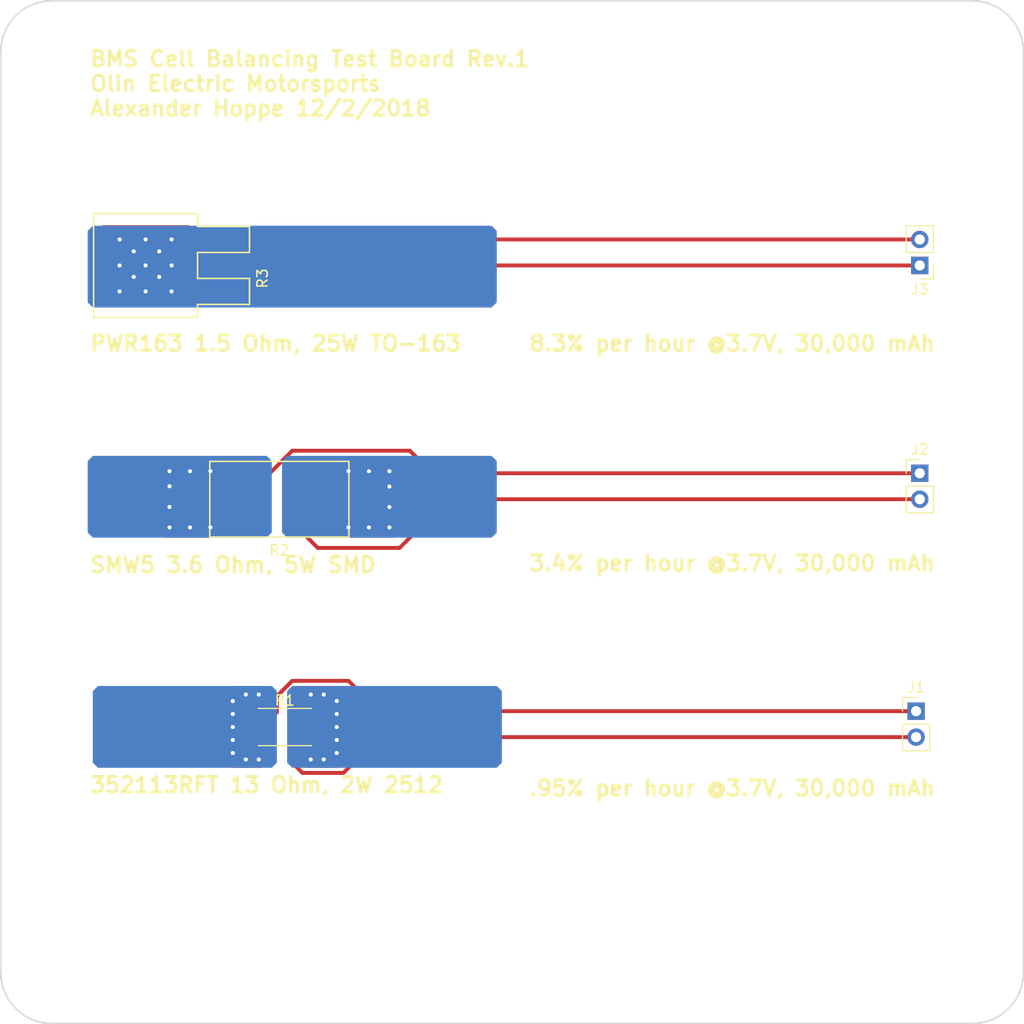
<source format=kicad_pcb>
(kicad_pcb (version 20171130) (host pcbnew 5.0.2-bee76a0~70~ubuntu16.04.1)

  (general
    (thickness 1.6)
    (drawings 15)
    (tracks 79)
    (zones 0)
    (modules 6)
    (nets 8)
  )

  (page A4)
  (layers
    (0 F.Cu signal)
    (31 B.Cu signal)
    (32 B.Adhes user)
    (33 F.Adhes user)
    (34 B.Paste user)
    (35 F.Paste user)
    (36 B.SilkS user)
    (37 F.SilkS user)
    (38 B.Mask user)
    (39 F.Mask user)
    (40 Dwgs.User user)
    (41 Cmts.User user)
    (42 Eco1.User user)
    (43 Eco2.User user)
    (44 Edge.Cuts user)
    (45 Margin user)
    (46 B.CrtYd user)
    (47 F.CrtYd user)
    (48 B.Fab user)
    (49 F.Fab user)
  )

  (setup
    (last_trace_width 0.1524)
    (user_trace_width 0.1524)
    (user_trace_width 0.254)
    (user_trace_width 0.381)
    (user_trace_width 0.508)
    (user_trace_width 0.762)
    (user_trace_width 1.27)
    (user_trace_width 2.54)
    (trace_clearance 0.2)
    (zone_clearance 0.508)
    (zone_45_only no)
    (trace_min 0.1524)
    (segment_width 0.2)
    (edge_width 0.15)
    (via_size 0.8)
    (via_drill 0.4)
    (via_min_size 0.4)
    (via_min_drill 0.3)
    (uvia_size 0.3)
    (uvia_drill 0.1)
    (uvias_allowed no)
    (uvia_min_size 0.2)
    (uvia_min_drill 0.1)
    (pcb_text_width 0.3)
    (pcb_text_size 1.5 1.5)
    (mod_edge_width 0.15)
    (mod_text_size 1 1)
    (mod_text_width 0.15)
    (pad_size 1.524 1.524)
    (pad_drill 0.762)
    (pad_to_mask_clearance 0.051)
    (solder_mask_min_width 0.25)
    (aux_axis_origin 0 0)
    (visible_elements FFFFFF7F)
    (pcbplotparams
      (layerselection 0x010fc_ffffffff)
      (usegerberextensions false)
      (usegerberattributes false)
      (usegerberadvancedattributes false)
      (creategerberjobfile false)
      (excludeedgelayer true)
      (linewidth 0.100000)
      (plotframeref false)
      (viasonmask false)
      (mode 1)
      (useauxorigin false)
      (hpglpennumber 1)
      (hpglpenspeed 20)
      (hpglpendiameter 15.000000)
      (psnegative false)
      (psa4output false)
      (plotreference true)
      (plotvalue true)
      (plotinvisibletext false)
      (padsonsilk false)
      (subtractmaskfromsilk false)
      (outputformat 1)
      (mirror false)
      (drillshape 0)
      (scaleselection 1)
      (outputdirectory "outputs/"))
  )

  (net 0 "")
  (net 1 "Net-(J1-Pad1)")
  (net 2 "Net-(J1-Pad2)")
  (net 3 "Net-(J2-Pad2)")
  (net 4 "Net-(J2-Pad1)")
  (net 5 "Net-(J3-Pad1)")
  (net 6 "Net-(J3-Pad2)")
  (net 7 "Net-(R3-PadEP)")

  (net_class Default "This is the default net class."
    (clearance 0.2)
    (trace_width 0.25)
    (via_dia 0.8)
    (via_drill 0.4)
    (uvia_dia 0.3)
    (uvia_drill 0.1)
    (add_net "Net-(J1-Pad1)")
    (add_net "Net-(J1-Pad2)")
    (add_net "Net-(J2-Pad1)")
    (add_net "Net-(J2-Pad2)")
    (add_net "Net-(J3-Pad1)")
    (add_net "Net-(J3-Pad2)")
    (add_net "Net-(R3-PadEP)")
  )

  (module footprints:R_2512_OEM (layer F.Cu) (tedit 59F2514A) (tstamp 5C12B4AB)
    (at 87.770369 101.013552)
    (descr "Resistor SMD 2512, reflow soldering, Vishay (see dcrcw.pdf)")
    (tags "resistor 2512")
    (path /5C069D69)
    (attr smd)
    (fp_text reference R1 (at 0 -2.6) (layer F.SilkS)
      (effects (font (size 1 1) (thickness 0.15)))
    )
    (fp_text value R_13_2W_2512_0 (at 0 2.75) (layer F.Fab) hide
      (effects (font (size 1 1) (thickness 0.15)))
    )
    (fp_line (start 3.85 1.85) (end -3.85 1.85) (layer F.CrtYd) (width 0.05))
    (fp_line (start 3.85 1.85) (end 3.85 -1.85) (layer F.CrtYd) (width 0.05))
    (fp_line (start -3.85 -1.85) (end -3.85 1.85) (layer F.CrtYd) (width 0.05))
    (fp_line (start -3.85 -1.85) (end 3.85 -1.85) (layer F.CrtYd) (width 0.05))
    (fp_line (start -2.6 -1.82) (end 2.6 -1.82) (layer F.SilkS) (width 0.12))
    (fp_line (start 2.6 1.82) (end -2.6 1.82) (layer F.SilkS) (width 0.12))
    (fp_line (start -3.15 -1.6) (end 3.15 -1.6) (layer F.Fab) (width 0.1))
    (fp_line (start 3.15 -1.6) (end 3.15 1.6) (layer F.Fab) (width 0.1))
    (fp_line (start 3.15 1.6) (end -3.15 1.6) (layer F.Fab) (width 0.1))
    (fp_line (start -3.15 1.6) (end -3.15 -1.6) (layer F.Fab) (width 0.1))
    (pad 2 smd rect (at 3.1 0) (size 1 3.2) (layers F.Cu F.Paste F.Mask)
      (net 2 "Net-(J1-Pad2)"))
    (pad 1 smd rect (at -3.1 0) (size 1 3.2) (layers F.Cu F.Paste F.Mask)
      (net 1 "Net-(J1-Pad1)"))
    (model ${KISYS3DMOD}/Resistors_SMD.3dshapes/R_2512.wrl
      (at (xyz 0 0 0))
      (scale (xyz 1 1 1))
      (rotate (xyz 0 0 0))
    )
  )

  (module Connector_PinHeader_2.54mm:PinHeader_1x02_P2.54mm_Vertical (layer F.Cu) (tedit 59FED5CC) (tstamp 5C12B46F)
    (at 149.5 99.46)
    (descr "Through hole straight pin header, 1x02, 2.54mm pitch, single row")
    (tags "Through hole pin header THT 1x02 2.54mm single row")
    (path /5C069125)
    (fp_text reference J1 (at 0 -2.33) (layer F.SilkS)
      (effects (font (size 1 1) (thickness 0.15)))
    )
    (fp_text value CONN_01x02 (at 0 4.87) (layer F.Fab)
      (effects (font (size 1 1) (thickness 0.15)))
    )
    (fp_text user %R (at 0 1.27 90) (layer F.Fab)
      (effects (font (size 1 1) (thickness 0.15)))
    )
    (fp_line (start 1.8 -1.8) (end -1.8 -1.8) (layer F.CrtYd) (width 0.05))
    (fp_line (start 1.8 4.35) (end 1.8 -1.8) (layer F.CrtYd) (width 0.05))
    (fp_line (start -1.8 4.35) (end 1.8 4.35) (layer F.CrtYd) (width 0.05))
    (fp_line (start -1.8 -1.8) (end -1.8 4.35) (layer F.CrtYd) (width 0.05))
    (fp_line (start -1.33 -1.33) (end 0 -1.33) (layer F.SilkS) (width 0.12))
    (fp_line (start -1.33 0) (end -1.33 -1.33) (layer F.SilkS) (width 0.12))
    (fp_line (start -1.33 1.27) (end 1.33 1.27) (layer F.SilkS) (width 0.12))
    (fp_line (start 1.33 1.27) (end 1.33 3.87) (layer F.SilkS) (width 0.12))
    (fp_line (start -1.33 1.27) (end -1.33 3.87) (layer F.SilkS) (width 0.12))
    (fp_line (start -1.33 3.87) (end 1.33 3.87) (layer F.SilkS) (width 0.12))
    (fp_line (start -1.27 -0.635) (end -0.635 -1.27) (layer F.Fab) (width 0.1))
    (fp_line (start -1.27 3.81) (end -1.27 -0.635) (layer F.Fab) (width 0.1))
    (fp_line (start 1.27 3.81) (end -1.27 3.81) (layer F.Fab) (width 0.1))
    (fp_line (start 1.27 -1.27) (end 1.27 3.81) (layer F.Fab) (width 0.1))
    (fp_line (start -0.635 -1.27) (end 1.27 -1.27) (layer F.Fab) (width 0.1))
    (pad 2 thru_hole oval (at 0 2.54) (size 1.7 1.7) (drill 1) (layers *.Cu *.Mask)
      (net 2 "Net-(J1-Pad2)"))
    (pad 1 thru_hole rect (at 0 0) (size 1.7 1.7) (drill 1) (layers *.Cu *.Mask)
      (net 1 "Net-(J1-Pad1)"))
    (model ${KISYS3DMOD}/Connector_PinHeader_2.54mm.3dshapes/PinHeader_1x02_P2.54mm_Vertical.wrl
      (at (xyz 0 0 0))
      (scale (xyz 1 1 1))
      (rotate (xyz 0 0 0))
    )
  )

  (module Connector_PinHeader_2.54mm:PinHeader_1x02_P2.54mm_Vertical (layer F.Cu) (tedit 59FED5CC) (tstamp 5C12B485)
    (at 149.86 76.2)
    (descr "Through hole straight pin header, 1x02, 2.54mm pitch, single row")
    (tags "Through hole pin header THT 1x02 2.54mm single row")
    (path /5C069173)
    (fp_text reference J2 (at 0 -2.33) (layer F.SilkS)
      (effects (font (size 1 1) (thickness 0.15)))
    )
    (fp_text value CONN_01x02 (at 0 4.87) (layer F.Fab)
      (effects (font (size 1 1) (thickness 0.15)))
    )
    (fp_text user %R (at 0 1.27 90) (layer F.Fab)
      (effects (font (size 1 1) (thickness 0.15)))
    )
    (fp_line (start 1.8 -1.8) (end -1.8 -1.8) (layer F.CrtYd) (width 0.05))
    (fp_line (start 1.8 4.35) (end 1.8 -1.8) (layer F.CrtYd) (width 0.05))
    (fp_line (start -1.8 4.35) (end 1.8 4.35) (layer F.CrtYd) (width 0.05))
    (fp_line (start -1.8 -1.8) (end -1.8 4.35) (layer F.CrtYd) (width 0.05))
    (fp_line (start -1.33 -1.33) (end 0 -1.33) (layer F.SilkS) (width 0.12))
    (fp_line (start -1.33 0) (end -1.33 -1.33) (layer F.SilkS) (width 0.12))
    (fp_line (start -1.33 1.27) (end 1.33 1.27) (layer F.SilkS) (width 0.12))
    (fp_line (start 1.33 1.27) (end 1.33 3.87) (layer F.SilkS) (width 0.12))
    (fp_line (start -1.33 1.27) (end -1.33 3.87) (layer F.SilkS) (width 0.12))
    (fp_line (start -1.33 3.87) (end 1.33 3.87) (layer F.SilkS) (width 0.12))
    (fp_line (start -1.27 -0.635) (end -0.635 -1.27) (layer F.Fab) (width 0.1))
    (fp_line (start -1.27 3.81) (end -1.27 -0.635) (layer F.Fab) (width 0.1))
    (fp_line (start 1.27 3.81) (end -1.27 3.81) (layer F.Fab) (width 0.1))
    (fp_line (start 1.27 -1.27) (end 1.27 3.81) (layer F.Fab) (width 0.1))
    (fp_line (start -0.635 -1.27) (end 1.27 -1.27) (layer F.Fab) (width 0.1))
    (pad 2 thru_hole oval (at 0 2.54) (size 1.7 1.7) (drill 1) (layers *.Cu *.Mask)
      (net 3 "Net-(J2-Pad2)"))
    (pad 1 thru_hole rect (at 0 0) (size 1.7 1.7) (drill 1) (layers *.Cu *.Mask)
      (net 4 "Net-(J2-Pad1)"))
    (model ${KISYS3DMOD}/Connector_PinHeader_2.54mm.3dshapes/PinHeader_1x02_P2.54mm_Vertical.wrl
      (at (xyz 0 0 0))
      (scale (xyz 1 1 1))
      (rotate (xyz 0 0 0))
    )
  )

  (module Connector_PinHeader_2.54mm:PinHeader_1x02_P2.54mm_Vertical (layer F.Cu) (tedit 59FED5CC) (tstamp 5C12B49B)
    (at 149.86 55.88 180)
    (descr "Through hole straight pin header, 1x02, 2.54mm pitch, single row")
    (tags "Through hole pin header THT 1x02 2.54mm single row")
    (path /5C0691A5)
    (fp_text reference J3 (at 0 -2.33 180) (layer F.SilkS)
      (effects (font (size 1 1) (thickness 0.15)))
    )
    (fp_text value CONN_01x02 (at 0 4.87 180) (layer F.Fab)
      (effects (font (size 1 1) (thickness 0.15)))
    )
    (fp_text user %R (at 0 1.27 270) (layer F.Fab)
      (effects (font (size 1 1) (thickness 0.15)))
    )
    (fp_line (start 1.8 -1.8) (end -1.8 -1.8) (layer F.CrtYd) (width 0.05))
    (fp_line (start 1.8 4.35) (end 1.8 -1.8) (layer F.CrtYd) (width 0.05))
    (fp_line (start -1.8 4.35) (end 1.8 4.35) (layer F.CrtYd) (width 0.05))
    (fp_line (start -1.8 -1.8) (end -1.8 4.35) (layer F.CrtYd) (width 0.05))
    (fp_line (start -1.33 -1.33) (end 0 -1.33) (layer F.SilkS) (width 0.12))
    (fp_line (start -1.33 0) (end -1.33 -1.33) (layer F.SilkS) (width 0.12))
    (fp_line (start -1.33 1.27) (end 1.33 1.27) (layer F.SilkS) (width 0.12))
    (fp_line (start 1.33 1.27) (end 1.33 3.87) (layer F.SilkS) (width 0.12))
    (fp_line (start -1.33 1.27) (end -1.33 3.87) (layer F.SilkS) (width 0.12))
    (fp_line (start -1.33 3.87) (end 1.33 3.87) (layer F.SilkS) (width 0.12))
    (fp_line (start -1.27 -0.635) (end -0.635 -1.27) (layer F.Fab) (width 0.1))
    (fp_line (start -1.27 3.81) (end -1.27 -0.635) (layer F.Fab) (width 0.1))
    (fp_line (start 1.27 3.81) (end -1.27 3.81) (layer F.Fab) (width 0.1))
    (fp_line (start 1.27 -1.27) (end 1.27 3.81) (layer F.Fab) (width 0.1))
    (fp_line (start -0.635 -1.27) (end 1.27 -1.27) (layer F.Fab) (width 0.1))
    (pad 2 thru_hole oval (at 0 2.54 180) (size 1.7 1.7) (drill 1) (layers *.Cu *.Mask)
      (net 6 "Net-(J3-Pad2)"))
    (pad 1 thru_hole rect (at 0 0 180) (size 1.7 1.7) (drill 1) (layers *.Cu *.Mask)
      (net 5 "Net-(J3-Pad1)"))
    (model ${KISYS3DMOD}/Connector_PinHeader_2.54mm.3dshapes/PinHeader_1x02_P2.54mm_Vertical.wrl
      (at (xyz 0 0 0))
      (scale (xyz 1 1 1))
      (rotate (xyz 0 0 0))
    )
  )

  (module footprints:SM_5 (layer F.Cu) (tedit 5C04AD7D) (tstamp 5C12B4B5)
    (at 87.24 78.74)
    (path /5C069B7F)
    (fp_text reference R2 (at 0 5) (layer F.SilkS)
      (effects (font (size 1 1) (thickness 0.15)))
    )
    (fp_text value R_3.6_5W_SMD (at 0 -0.5) (layer F.Fab)
      (effects (font (size 1 1) (thickness 0.15)))
    )
    (fp_line (start -6.8 3.7) (end -6.8 -3.7) (layer F.SilkS) (width 0.15))
    (fp_line (start 6.8 3.7) (end -6.8 3.7) (layer F.SilkS) (width 0.15))
    (fp_line (start 6.8 -3.7) (end 6.8 3.7) (layer F.SilkS) (width 0.15))
    (fp_line (start -6.8 -3.7) (end 6.8 -3.7) (layer F.SilkS) (width 0.15))
    (pad 2 smd rect (at 7.75 0) (size 4.5 3.4) (layers F.Cu F.Paste F.Mask)
      (net 3 "Net-(J2-Pad2)"))
    (pad 1 smd rect (at -7.75 0) (size 4.5 3.4) (layers F.Cu F.Paste F.Mask)
      (net 4 "Net-(J2-Pad1)"))
    (model ${KIPRJMOD}/c-1879233-1-ba-3d.stp
      (offset (xyz 0 0 4.5))
      (scale (xyz 1 1 1))
      (rotate (xyz -90 0 0))
    )
  )

  (module footprints:PWR163 (layer F.Cu) (tedit 5C04C054) (tstamp 5C12B4C8)
    (at 74.16 55.88 90)
    (path /5C0698DF)
    (fp_text reference R3 (at -1.27 11.43 90) (layer F.SilkS)
      (effects (font (size 1 1) (thickness 0.15)))
    )
    (fp_text value R_1.3_25W_TO163 (at -1.27 -6.35 90) (layer F.Fab) hide
      (effects (font (size 1 1) (thickness 0.15)))
    )
    (fp_line (start -1.27 5.08) (end -1.27 10.16) (layer F.SilkS) (width 0.15))
    (fp_line (start 1.27 5.08) (end -1.27 5.08) (layer F.SilkS) (width 0.15))
    (fp_line (start 1.27 10.16) (end 1.27 5.08) (layer F.SilkS) (width 0.15))
    (fp_line (start 3.81 10.16) (end 1.27 10.16) (layer F.SilkS) (width 0.15))
    (fp_line (start 3.81 5.08) (end 3.81 10.16) (layer F.SilkS) (width 0.15))
    (fp_line (start 5.08 5.08) (end 3.81 5.08) (layer F.SilkS) (width 0.15))
    (fp_line (start 5.08 -5.08) (end 5.08 5.08) (layer F.SilkS) (width 0.15))
    (fp_line (start -5.08 -5.08) (end 5.08 -5.08) (layer F.SilkS) (width 0.15))
    (fp_line (start -5.08 5.08) (end -5.08 -5.08) (layer F.SilkS) (width 0.15))
    (fp_line (start -3.81 5.08) (end -5.08 5.08) (layer F.SilkS) (width 0.15))
    (fp_line (start -3.81 10.16) (end -3.81 5.08) (layer F.SilkS) (width 0.15))
    (fp_line (start -1.27 10.16) (end -3.81 10.16) (layer F.SilkS) (width 0.15))
    (pad 1 smd rect (at -2.54 7.625 90) (size 1.65 3.81) (layers F.Cu F.Paste F.Mask)
      (net 5 "Net-(J3-Pad1)"))
    (pad 2 smd rect (at 2.54 7.625 90) (size 1.65 3.81) (layers F.Cu F.Paste F.Mask)
      (net 6 "Net-(J3-Pad2)"))
    (pad EP smd rect (at 0 0 90) (size 7.87 8.51) (layers F.Cu F.Paste F.Mask)
      (net 7 "Net-(R3-PadEP)"))
    (model /home/aehoppe/Downloads/pwr163.stp
      (at (xyz 0 0 0))
      (scale (xyz 1 1 1))
      (rotate (xyz 90 180 0))
    )
  )

  (gr_text ".95% per hour @3.7V, 30,000 mAh" (at 151.5 107) (layer F.SilkS) (tstamp 5C1386E0)
    (effects (font (size 1.5 1.5) (thickness 0.3)) (justify right))
  )
  (gr_text "3.4% per hour @3.7V, 30,000 mAh" (at 151.5 85) (layer F.SilkS) (tstamp 5C1386DA)
    (effects (font (size 1.5 1.5) (thickness 0.3)) (justify right))
  )
  (gr_text "8.3% per hour @3.7V, 30,000 mAh" (at 151.5 63.5) (layer F.SilkS) (tstamp 5C1386BA)
    (effects (font (size 1.5 1.5) (thickness 0.3)) (justify right))
  )
  (gr_text "352113RFT 13 Ohm, 2W 2512\n" (at 68.58 106.68) (layer F.SilkS) (tstamp 5C1382EC)
    (effects (font (size 1.5 1.5) (thickness 0.3)) (justify left))
  )
  (gr_text "SMW5 3.6 Ohm, 5W SMD\n\n" (at 68.58 86.36) (layer F.SilkS) (tstamp 5C1382EA)
    (effects (font (size 1.5 1.5) (thickness 0.3)) (justify left))
  )
  (gr_text "PWR163 1.5 Ohm, 25W TO-163\n" (at 68.58 63.5) (layer F.SilkS)
    (effects (font (size 1.5 1.5) (thickness 0.3)) (justify left))
  )
  (gr_text "BMS Cell Balancing Test Board Rev.1\nOlin Electric Motorsports\nAlexander Hoppe 12/2/2018" (at 68.58 38.1) (layer F.SilkS)
    (effects (font (size 1.5 1.5) (thickness 0.3)) (justify left))
  )
  (gr_arc (start 65 125) (end 60 125) (angle -90) (layer Edge.Cuts) (width 0.15))
  (gr_arc (start 155 125) (end 155 130) (angle -90) (layer Edge.Cuts) (width 0.15))
  (gr_arc (start 155 35) (end 160 35) (angle -90) (layer Edge.Cuts) (width 0.15))
  (gr_arc (start 65 35) (end 65 30) (angle -90) (layer Edge.Cuts) (width 0.15))
  (gr_line (start 155 30) (end 65 30) (layer Edge.Cuts) (width 0.15))
  (gr_line (start 160 125) (end 160 35) (layer Edge.Cuts) (width 0.15))
  (gr_line (start 65 130) (end 155 130) (layer Edge.Cuts) (width 0.15))
  (gr_line (start 60 35) (end 60 125) (layer Edge.Cuts) (width 0.15))

  (via (at 85.230369 104.188552) (size 0.8) (drill 0.4) (layers F.Cu B.Cu) (net 1))
  (via (at 83.960369 104.188552) (size 0.8) (drill 0.4) (layers F.Cu B.Cu) (net 1))
  (via (at 82.690369 103.553552) (size 0.8) (drill 0.4) (layers F.Cu B.Cu) (net 1))
  (via (at 82.690369 102.283552) (size 0.8) (drill 0.4) (layers F.Cu B.Cu) (net 1))
  (via (at 82.690369 101.013552) (size 0.8) (drill 0.4) (layers F.Cu B.Cu) (net 1))
  (via (at 82.690369 99.743552) (size 0.8) (drill 0.4) (layers F.Cu B.Cu) (net 1))
  (via (at 82.690369 98.473552) (size 0.8) (drill 0.4) (layers F.Cu B.Cu) (net 1))
  (via (at 83.960369 97.838552) (size 0.8) (drill 0.4) (layers F.Cu B.Cu) (net 1))
  (via (at 85.230369 97.838552) (size 0.8) (drill 0.4) (layers F.Cu B.Cu) (net 1))
  (segment (start 96.96 99.46) (end 149.5 99.46) (width 0.381) (layer F.Cu) (net 1))
  (segment (start 94 96.5) (end 96.96 99.46) (width 0.381) (layer F.Cu) (net 1))
  (segment (start 88.5 96.5) (end 94 96.5) (width 0.381) (layer F.Cu) (net 1))
  (segment (start 84.670369 101.013552) (end 85.551369 101.013552) (width 0.381) (layer F.Cu) (net 1))
  (segment (start 85.551369 101.013552) (end 87 99.564921) (width 0.381) (layer F.Cu) (net 1))
  (segment (start 87 99.564921) (end 87 98) (width 0.381) (layer F.Cu) (net 1))
  (segment (start 87 98) (end 88.5 96.5) (width 0.381) (layer F.Cu) (net 1))
  (via (at 90.310369 104.188552) (size 0.8) (drill 0.4) (layers F.Cu B.Cu) (net 2))
  (via (at 91.580369 104.188552) (size 0.8) (drill 0.4) (layers F.Cu B.Cu) (net 2))
  (via (at 92.850369 103.553552) (size 0.8) (drill 0.4) (layers F.Cu B.Cu) (net 2))
  (via (at 92.850369 102.283552) (size 0.8) (drill 0.4) (layers F.Cu B.Cu) (net 2))
  (via (at 92.850369 101.013552) (size 0.8) (drill 0.4) (layers F.Cu B.Cu) (net 2))
  (via (at 92.850369 99.743552) (size 0.8) (drill 0.4) (layers F.Cu B.Cu) (net 2))
  (via (at 92.850369 98.473552) (size 0.8) (drill 0.4) (layers F.Cu B.Cu) (net 2))
  (via (at 91.580369 97.838552) (size 0.8) (drill 0.4) (layers F.Cu B.Cu) (net 2))
  (via (at 90.310369 97.838552) (size 0.8) (drill 0.4) (layers F.Cu B.Cu) (net 2))
  (segment (start 93.5 105.5) (end 97 102) (width 0.381) (layer F.Cu) (net 2))
  (segment (start 89.5 105.5) (end 93.5 105.5) (width 0.381) (layer F.Cu) (net 2))
  (segment (start 97 102) (end 149.5 102) (width 0.381) (layer F.Cu) (net 2))
  (segment (start 90.870369 101.013552) (end 89.989369 101.013552) (width 0.381) (layer F.Cu) (net 2))
  (segment (start 89.989369 101.013552) (end 88.5 102.502921) (width 0.381) (layer F.Cu) (net 2))
  (segment (start 88.5 102.502921) (end 88.5 104.5) (width 0.381) (layer F.Cu) (net 2))
  (segment (start 88.5 104.5) (end 89.5 105.5) (width 0.381) (layer F.Cu) (net 2))
  (via (at 94 76) (size 0.8) (drill 0.4) (layers F.Cu B.Cu) (net 3))
  (via (at 96 76) (size 0.8) (drill 0.4) (layers F.Cu B.Cu) (net 3))
  (via (at 98 76) (size 0.8) (drill 0.4) (layers F.Cu B.Cu) (net 3))
  (via (at 98 77.5) (size 0.8) (drill 0.4) (layers F.Cu B.Cu) (net 3))
  (via (at 98 79.5) (size 0.8) (drill 0.4) (layers F.Cu B.Cu) (net 3))
  (via (at 98 81.5) (size 0.8) (drill 0.4) (layers F.Cu B.Cu) (net 3))
  (via (at 96 81.5) (size 0.8) (drill 0.4) (layers F.Cu B.Cu) (net 3))
  (via (at 94 81.5) (size 0.8) (drill 0.4) (layers F.Cu B.Cu) (net 3))
  (segment (start 108 78.74) (end 149.86 78.74) (width 0.381) (layer F.Cu) (net 3))
  (segment (start 103.76 78.74) (end 108 78.74) (width 0.381) (layer F.Cu) (net 3))
  (segment (start 91 83.5) (end 99 83.5) (width 0.381) (layer F.Cu) (net 3))
  (segment (start 94.99 78.74) (end 91.26 78.74) (width 0.381) (layer F.Cu) (net 3))
  (segment (start 91.26 78.74) (end 89.5 80.5) (width 0.381) (layer F.Cu) (net 3))
  (segment (start 89.5 82) (end 91 83.5) (width 0.381) (layer F.Cu) (net 3))
  (segment (start 99 83.5) (end 103.76 78.74) (width 0.381) (layer F.Cu) (net 3))
  (segment (start 89.5 80.5) (end 89.5 82) (width 0.381) (layer F.Cu) (net 3))
  (via (at 80.5 76) (size 0.8) (drill 0.4) (layers F.Cu B.Cu) (net 4))
  (via (at 78.5 76) (size 0.8) (drill 0.4) (layers F.Cu B.Cu) (net 4))
  (via (at 76.5 76) (size 0.8) (drill 0.4) (layers F.Cu B.Cu) (net 4))
  (via (at 76.5 77.47) (size 0.8) (drill 0.4) (layers F.Cu B.Cu) (net 4))
  (via (at 76.5 79.5) (size 0.8) (drill 0.4) (layers F.Cu B.Cu) (net 4))
  (via (at 76.5 81.5) (size 0.8) (drill 0.4) (layers F.Cu B.Cu) (net 4))
  (via (at 78.5 81.5) (size 0.8) (drill 0.4) (layers F.Cu B.Cu) (net 4))
  (via (at 80.5 81.5) (size 0.8) (drill 0.4) (layers F.Cu B.Cu) (net 4))
  (segment (start 83.76 78.74) (end 79.49 78.74) (width 0.381) (layer F.Cu) (net 4))
  (segment (start 149.86 76.2) (end 102.2 76.2) (width 0.381) (layer F.Cu) (net 4))
  (segment (start 88.5 74) (end 83.76 78.74) (width 0.381) (layer F.Cu) (net 4))
  (segment (start 102.2 76.2) (end 100 74) (width 0.381) (layer F.Cu) (net 4))
  (segment (start 100 74) (end 88.5 74) (width 0.381) (layer F.Cu) (net 4))
  (segment (start 84.58 58.42) (end 81.785 58.42) (width 0.381) (layer F.Cu) (net 5))
  (segment (start 87.12 55.88) (end 84.58 58.42) (width 0.381) (layer F.Cu) (net 5))
  (segment (start 149.86 55.88) (end 87.12 55.88) (width 0.381) (layer F.Cu) (net 5))
  (segment (start 84.071 53.34) (end 149.86 53.34) (width 0.381) (layer F.Cu) (net 6))
  (segment (start 81.785 53.34) (end 84.071 53.34) (width 0.381) (layer F.Cu) (net 6))
  (via (at 71.62 53.34) (size 0.8) (drill 0.4) (layers F.Cu B.Cu) (net 7))
  (via (at 74.16 53.34) (size 0.8) (drill 0.4) (layers F.Cu B.Cu) (net 7))
  (via (at 76.7 53.34) (size 0.8) (drill 0.4) (layers F.Cu B.Cu) (net 7))
  (via (at 76.7 55.88) (size 0.8) (drill 0.4) (layers F.Cu B.Cu) (net 7))
  (via (at 74.16 55.88) (size 0.8) (drill 0.4) (layers F.Cu B.Cu) (net 7))
  (via (at 71.62 55.88) (size 0.8) (drill 0.4) (layers F.Cu B.Cu) (net 7))
  (via (at 71.62 58.42) (size 0.8) (drill 0.4) (layers F.Cu B.Cu) (net 7))
  (via (at 74.16 58.42) (size 0.8) (drill 0.4) (layers F.Cu B.Cu) (net 7))
  (via (at 76.7 58.42) (size 0.8) (drill 0.4) (layers F.Cu B.Cu) (net 7))
  (via (at 75.5 57) (size 0.8) (drill 0.4) (layers F.Cu B.Cu) (net 7) (tstamp 5C13881D))
  (via (at 73 57) (size 0.8) (drill 0.4) (layers F.Cu B.Cu) (net 7) (tstamp 5C138821))
  (via (at 73 54.5) (size 0.8) (drill 0.4) (layers F.Cu B.Cu) (net 7) (tstamp 5C138823))
  (via (at 75.5 54.5) (size 0.8) (drill 0.4) (layers F.Cu B.Cu) (net 7) (tstamp 5C138826))

  (zone (net 3) (net_name "Net-(J2-Pad2)") (layer F.Cu) (tstamp 5C05F072) (hatch edge 0.508)
    (connect_pads yes (clearance 0.508))
    (min_thickness 0.254)
    (fill yes (arc_segments 16) (thermal_gap 0.508) (thermal_bridge_width 0.508))
    (polygon
      (pts
        (xy 98.5 75) (xy 92.5 75) (xy 92 75.5) (xy 92 82) (xy 92.5 82.5)
        (xy 98.5 82.5) (xy 99.5 81.5) (xy 99.5 76)
      )
    )
    (filled_polygon
      (pts
        (xy 99.373 76.052606) (xy 99.373 81.447394) (xy 98.447394 82.373) (xy 92.552606 82.373) (xy 92.127 81.947394)
        (xy 92.127 75.552606) (xy 92.552606 75.127) (xy 98.447394 75.127)
      )
    )
  )
  (zone (net 4) (net_name "Net-(J2-Pad1)") (layer F.Cu) (tstamp 5C05F06F) (hatch edge 0.508)
    (connect_pads yes (clearance 0.508))
    (min_thickness 0.254)
    (fill yes (arc_segments 16) (thermal_gap 0.508) (thermal_bridge_width 0.508))
    (polygon
      (pts
        (xy 82.5 75.5) (xy 82 75) (xy 76.5 75) (xy 76 75) (xy 75 76)
        (xy 75 81) (xy 75 81.5) (xy 76 82.5) (xy 82 82.5) (xy 82.5 82)
      )
    )
    (filled_polygon
      (pts
        (xy 82.373 75.552606) (xy 82.373 81.947394) (xy 81.947394 82.373) (xy 76.052606 82.373) (xy 75.127 81.447394)
        (xy 75.127 76.052606) (xy 76.052606 75.127) (xy 81.947394 75.127)
      )
    )
  )
  (zone (net 2) (net_name "Net-(J1-Pad2)") (layer F.Cu) (tstamp 5C05F06C) (hatch edge 0.508)
    (connect_pads yes (clearance 0.508))
    (min_thickness 0.254)
    (fill yes (arc_segments 16) (thermal_gap 0.508) (thermal_bridge_width 0.508))
    (polygon
      (pts
        (xy 90 97) (xy 89.5 97.5) (xy 89.5 104.5) (xy 90 105) (xy 93 105)
        (xy 94.5 103.5) (xy 94.5 98) (xy 93.5 97)
      )
    )
    (filled_polygon
      (pts
        (xy 94.373 98.052606) (xy 94.373 103.447394) (xy 92.947394 104.873) (xy 90.052606 104.873) (xy 89.627 104.447394)
        (xy 89.627 97.552606) (xy 89.854106 97.3255) (xy 93.645894 97.3255)
      )
    )
  )
  (zone (net 1) (net_name "Net-(J1-Pad1)") (layer F.Cu) (tstamp 5C05F069) (hatch edge 0.508)
    (connect_pads yes (clearance 0.508))
    (min_thickness 0.254)
    (fill yes (arc_segments 16) (thermal_gap 0.508) (thermal_bridge_width 0.508))
    (polygon
      (pts
        (xy 86 97.5) (xy 85.5 97) (xy 82.5 97) (xy 81.5 98) (xy 81.5 104)
        (xy 82.5 105) (xy 85.5 105) (xy 86 104.5)
      )
    )
    (filled_polygon
      (pts
        (xy 85.873 97.552606) (xy 85.873 104.447394) (xy 85.447394 104.873) (xy 82.552606 104.873) (xy 81.627 103.947394)
        (xy 81.627 98.052606) (xy 82.552606 97.127) (xy 85.447394 97.127)
      )
    )
  )
  (zone (net 7) (net_name "Net-(R3-PadEP)") (layer B.Cu) (tstamp 5C05F066) (hatch edge 0.508)
    (connect_pads yes (clearance 0.508))
    (min_thickness 0.254)
    (fill yes (arc_segments 16) (thermal_gap 0.508) (thermal_bridge_width 0.508))
    (polygon
      (pts
        (xy 69 52) (xy 68.5 52.5) (xy 68.5 59.5) (xy 69 60) (xy 108 60)
        (xy 108.5 59.5) (xy 108.5 52.5) (xy 108 52)
      )
    )
    (filled_polygon
      (pts
        (xy 108.373 52.552606) (xy 108.373 59.447394) (xy 107.947394 59.873) (xy 69.052606 59.873) (xy 68.627 59.447394)
        (xy 68.627 52.552606) (xy 69.052606 52.127) (xy 107.947394 52.127)
      )
    )
  )
  (zone (net 4) (net_name "Net-(J2-Pad1)") (layer B.Cu) (tstamp 5C05F063) (hatch edge 0.508)
    (connect_pads yes (clearance 0.508))
    (min_thickness 0.254)
    (fill yes (arc_segments 16) (thermal_gap 0.508) (thermal_bridge_width 0.508))
    (polygon
      (pts
        (xy 86.5 75) (xy 86 74.5) (xy 69 74.5) (xy 68.5 75) (xy 68.5 82)
        (xy 69 82.5) (xy 86 82.5) (xy 86.5 82)
      )
    )
    (filled_polygon
      (pts
        (xy 86.373 75.052606) (xy 86.373 81.947394) (xy 85.947394 82.373) (xy 69.052606 82.373) (xy 68.627 81.947394)
        (xy 68.627 75.052606) (xy 69.052606 74.627) (xy 85.947394 74.627)
      )
    )
  )
  (zone (net 3) (net_name "Net-(J2-Pad2)") (layer B.Cu) (tstamp 5C05F060) (hatch edge 0.508)
    (connect_pads yes (clearance 0.508))
    (min_thickness 0.254)
    (fill yes (arc_segments 16) (thermal_gap 0.508) (thermal_bridge_width 0.508))
    (polygon
      (pts
        (xy 87.5 75) (xy 87.5 82) (xy 88 82.5) (xy 108 82.5) (xy 108.5 82)
        (xy 108.5 75) (xy 108 74.5) (xy 88 74.5)
      )
    )
    (filled_polygon
      (pts
        (xy 108.373 75.052606) (xy 108.373 81.947394) (xy 107.947394 82.373) (xy 88.052606 82.373) (xy 87.627 81.947394)
        (xy 87.627 75.052606) (xy 88.052606 74.627) (xy 107.947394 74.627)
      )
    )
  )
  (zone (net 1) (net_name "Net-(J1-Pad1)") (layer B.Cu) (tstamp 5C05F05D) (hatch edge 0.508)
    (connect_pads yes (clearance 0.508))
    (min_thickness 0.254)
    (fill yes (arc_segments 16) (thermal_gap 0.508) (thermal_bridge_width 0.508))
    (polygon
      (pts
        (xy 87 97.5) (xy 86.5 97) (xy 69.5 97) (xy 69 97.5) (xy 69 104.5)
        (xy 69.5 105) (xy 86.5 105) (xy 87 104.5)
      )
    )
    (filled_polygon
      (pts
        (xy 86.873 97.552606) (xy 86.873 104.447394) (xy 86.447394 104.873) (xy 69.552606 104.873) (xy 69.127 104.447394)
        (xy 69.127 97.552606) (xy 69.552606 97.127) (xy 86.447394 97.127)
      )
    )
  )
  (zone (net 2) (net_name "Net-(J1-Pad2)") (layer B.Cu) (tstamp 5C05F05A) (hatch edge 0.508)
    (connect_pads yes (clearance 0.508))
    (min_thickness 0.254)
    (fill yes (arc_segments 16) (thermal_gap 0.508) (thermal_bridge_width 0.508))
    (polygon
      (pts
        (xy 88 97.5) (xy 88 104.5) (xy 88.5 105) (xy 108.5 105) (xy 109 104.5)
        (xy 109 97.5) (xy 108.5 97) (xy 88.5 97)
      )
    )
    (filled_polygon
      (pts
        (xy 108.873 97.552606) (xy 108.873 104.447394) (xy 108.447394 104.873) (xy 88.552606 104.873) (xy 88.127 104.447394)
        (xy 88.127 97.552606) (xy 88.552606 97.127) (xy 108.447394 97.127)
      )
    )
  )
)

</source>
